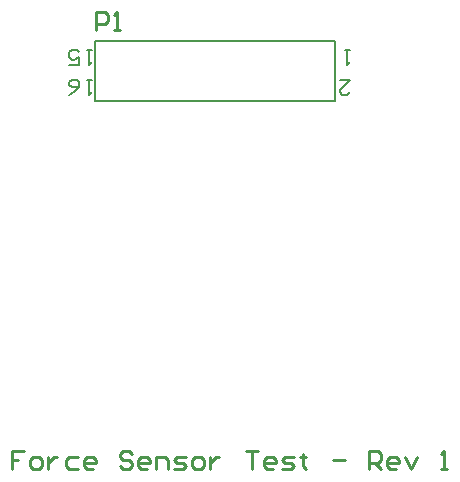
<source format=gto>
G04 Layer_Color=65535*
%FSLAX25Y25*%
%MOIN*%
G70*
G01*
G75*
%ADD11C,0.01000*%
%ADD14C,0.00787*%
%ADD15C,0.00800*%
D11*
X114235Y49305D02*
X110236D01*
Y46306D01*
X112236D01*
X110236D01*
Y43307D01*
X117234D02*
X119233D01*
X120233Y44307D01*
Y46306D01*
X119233Y47306D01*
X117234D01*
X116234Y46306D01*
Y44307D01*
X117234Y43307D01*
X122232Y47306D02*
Y43307D01*
Y45306D01*
X123232Y46306D01*
X124232Y47306D01*
X125231D01*
X132229D02*
X129230D01*
X128230Y46306D01*
Y44307D01*
X129230Y43307D01*
X132229D01*
X137227D02*
X135228D01*
X134229Y44307D01*
Y46306D01*
X135228Y47306D01*
X137227D01*
X138227Y46306D01*
Y45306D01*
X134229D01*
X150223Y48305D02*
X149224Y49305D01*
X147224D01*
X146225Y48305D01*
Y47306D01*
X147224Y46306D01*
X149224D01*
X150223Y45306D01*
Y44307D01*
X149224Y43307D01*
X147224D01*
X146225Y44307D01*
X155222Y43307D02*
X153222D01*
X152223Y44307D01*
Y46306D01*
X153222Y47306D01*
X155222D01*
X156221Y46306D01*
Y45306D01*
X152223D01*
X158221Y43307D02*
Y47306D01*
X161220D01*
X162219Y46306D01*
Y43307D01*
X164219D02*
X167218D01*
X168218Y44307D01*
X167218Y45306D01*
X165218D01*
X164219Y46306D01*
X165218Y47306D01*
X168218D01*
X171216Y43307D02*
X173216D01*
X174215Y44307D01*
Y46306D01*
X173216Y47306D01*
X171216D01*
X170217Y46306D01*
Y44307D01*
X171216Y43307D01*
X176215Y47306D02*
Y43307D01*
Y45306D01*
X177215Y46306D01*
X178214Y47306D01*
X179214D01*
X188211Y49305D02*
X192210D01*
X190210D01*
Y43307D01*
X197208D02*
X195209D01*
X194209Y44307D01*
Y46306D01*
X195209Y47306D01*
X197208D01*
X198208Y46306D01*
Y45306D01*
X194209D01*
X200207Y43307D02*
X203206D01*
X204206Y44307D01*
X203206Y45306D01*
X201207D01*
X200207Y46306D01*
X201207Y47306D01*
X204206D01*
X207205Y48305D02*
Y47306D01*
X206205D01*
X208205D01*
X207205D01*
Y44307D01*
X208205Y43307D01*
X217202Y46306D02*
X221200D01*
X229198Y43307D02*
Y49305D01*
X232197D01*
X233196Y48305D01*
Y46306D01*
X232197Y45306D01*
X229198D01*
X231197D02*
X233196Y43307D01*
X238195D02*
X236195D01*
X235196Y44307D01*
Y46306D01*
X236195Y47306D01*
X238195D01*
X239194Y46306D01*
Y45306D01*
X235196D01*
X241194Y47306D02*
X243193Y43307D01*
X245193Y47306D01*
X253190Y43307D02*
X255189D01*
X254190D01*
Y49305D01*
X253190Y48305D01*
X138232Y189539D02*
Y195537D01*
X141230D01*
X142230Y194538D01*
Y192538D01*
X141230Y191539D01*
X138232D01*
X144230Y189539D02*
X146229D01*
X145229D01*
Y195537D01*
X144230Y194538D01*
D14*
X137598Y166102D02*
Y186102D01*
X217598Y166102D02*
Y186102D01*
X137598D02*
X217598D01*
X137598Y166102D02*
X217598D01*
D15*
X219266Y173102D02*
X222598D01*
X219266Y169770D01*
Y168937D01*
X220099Y168104D01*
X221765D01*
X222598Y168937D01*
Y183102D02*
X220932D01*
X221765D01*
Y178104D01*
X222598Y178937D01*
X136598Y183102D02*
X134932D01*
X135765D01*
Y178104D01*
X136598Y178937D01*
X129101Y178104D02*
X132433D01*
Y180603D01*
X130767Y179770D01*
X129934D01*
X129101Y180603D01*
Y182269D01*
X129934Y183102D01*
X131600D01*
X132433Y182269D01*
X136598Y173102D02*
X134932D01*
X135765D01*
Y168104D01*
X136598Y168937D01*
X129101Y168104D02*
X130767Y168937D01*
X132433Y170603D01*
Y172269D01*
X131600Y173102D01*
X129934D01*
X129101Y172269D01*
Y171436D01*
X129934Y170603D01*
X132433D01*
M02*

</source>
